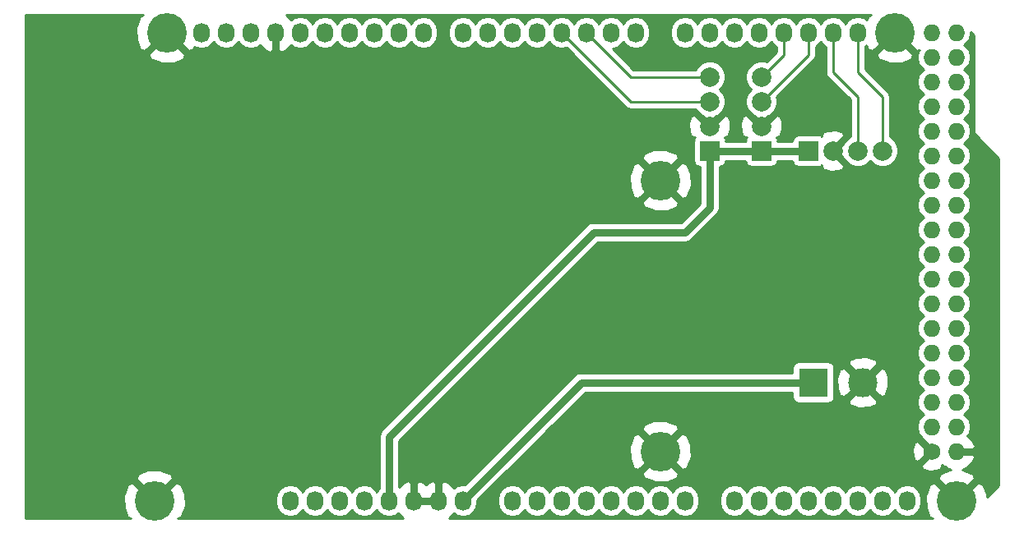
<source format=gbl>
G04 #@! TF.FileFunction,Copper,L2,Bot,Signal*
%FSLAX46Y46*%
G04 Gerber Fmt 4.6, Leading zero omitted, Abs format (unit mm)*
G04 Created by KiCad (PCBNEW 4.0.7) date 03/21/18 23:26:52*
%MOMM*%
%LPD*%
G01*
G04 APERTURE LIST*
%ADD10C,0.100000*%
%ADD11C,1.727200*%
%ADD12O,1.727200X1.727200*%
%ADD13O,1.727200X2.032000*%
%ADD14C,4.064000*%
%ADD15R,2.000000X2.000000*%
%ADD16C,2.000000*%
%ADD17R,3.000000X3.000000*%
%ADD18C,3.000000*%
%ADD19C,0.762000*%
%ADD20C,0.250000*%
%ADD21C,0.254000*%
G04 APERTURE END LIST*
D10*
D11*
X197358000Y-114046000D03*
D12*
X199898000Y-114046000D03*
X197358000Y-111506000D03*
X199898000Y-111506000D03*
X197358000Y-108966000D03*
X199898000Y-108966000D03*
X197358000Y-106426000D03*
X199898000Y-106426000D03*
X197358000Y-103886000D03*
X199898000Y-103886000D03*
X197358000Y-101346000D03*
X199898000Y-101346000D03*
X197358000Y-98806000D03*
X199898000Y-98806000D03*
X197358000Y-96266000D03*
X199898000Y-96266000D03*
X197358000Y-93726000D03*
X199898000Y-93726000D03*
X197358000Y-91186000D03*
X199898000Y-91186000D03*
X197358000Y-88646000D03*
X199898000Y-88646000D03*
X197358000Y-86106000D03*
X199898000Y-86106000D03*
X197358000Y-83566000D03*
X199898000Y-83566000D03*
X197358000Y-81026000D03*
X199898000Y-81026000D03*
X197358000Y-78486000D03*
X199898000Y-78486000D03*
X197358000Y-75946000D03*
X199898000Y-75946000D03*
X197358000Y-73406000D03*
X199898000Y-73406000D03*
X197358000Y-70866000D03*
X199898000Y-70866000D03*
D13*
X131318000Y-119126000D03*
X133858000Y-119126000D03*
X136398000Y-119126000D03*
X138938000Y-119126000D03*
X141478000Y-119126000D03*
X144018000Y-119126000D03*
X146558000Y-119126000D03*
X149098000Y-119126000D03*
X154178000Y-119126000D03*
X156718000Y-119126000D03*
X159258000Y-119126000D03*
X161798000Y-119126000D03*
X164338000Y-119126000D03*
X166878000Y-119126000D03*
X169418000Y-119126000D03*
X171958000Y-119126000D03*
X177038000Y-119126000D03*
X179578000Y-119126000D03*
X182118000Y-119126000D03*
X184658000Y-119126000D03*
X187198000Y-119126000D03*
X189738000Y-119126000D03*
X192278000Y-119126000D03*
X194818000Y-119126000D03*
X122174000Y-70866000D03*
X124714000Y-70866000D03*
X127254000Y-70866000D03*
X129794000Y-70866000D03*
X132334000Y-70866000D03*
X134874000Y-70866000D03*
X137414000Y-70866000D03*
X139954000Y-70866000D03*
X142494000Y-70866000D03*
X145034000Y-70866000D03*
X149098000Y-70866000D03*
X151638000Y-70866000D03*
X154178000Y-70866000D03*
X156718000Y-70866000D03*
X159258000Y-70866000D03*
X161798000Y-70866000D03*
X164338000Y-70866000D03*
X166878000Y-70866000D03*
X171958000Y-70866000D03*
X174498000Y-70866000D03*
X177038000Y-70866000D03*
X179578000Y-70866000D03*
X182118000Y-70866000D03*
X184658000Y-70866000D03*
X187198000Y-70866000D03*
X189738000Y-70866000D03*
D14*
X117348000Y-119126000D03*
X169418000Y-114046000D03*
X199898000Y-119126000D03*
X118618000Y-70866000D03*
X169418000Y-86106000D03*
X193548000Y-70866000D03*
D15*
X174498000Y-83058000D03*
D16*
X174498000Y-80518000D03*
X174498000Y-77978000D03*
X174498000Y-75438000D03*
D15*
X179832000Y-83058000D03*
D16*
X179832000Y-80518000D03*
X179832000Y-77978000D03*
X179832000Y-75438000D03*
D17*
X185166000Y-106934000D03*
D18*
X190246000Y-106934000D03*
D15*
X184658000Y-83058000D03*
D16*
X187198000Y-83058000D03*
X189738000Y-83058000D03*
X192278000Y-83058000D03*
D19*
X174498000Y-83058000D02*
X174498000Y-88900000D01*
X141478000Y-112522000D02*
X141478000Y-119126000D01*
X162560000Y-91440000D02*
X141478000Y-112522000D01*
X171958000Y-91440000D02*
X162560000Y-91440000D01*
X174498000Y-88900000D02*
X171958000Y-91440000D01*
X184658000Y-83058000D02*
X179832000Y-83058000D01*
X179832000Y-83058000D02*
X174498000Y-83058000D01*
D20*
X174498000Y-77978000D02*
X166370000Y-77978000D01*
X166370000Y-77978000D02*
X159258000Y-70866000D01*
X174498000Y-75438000D02*
X166370000Y-75438000D01*
X166370000Y-75438000D02*
X161798000Y-70866000D01*
X187198000Y-70866000D02*
X187198000Y-74930000D01*
X189738000Y-77470000D02*
X189738000Y-83058000D01*
X187198000Y-74930000D02*
X189738000Y-77470000D01*
X192278000Y-83058000D02*
X192278000Y-77470000D01*
X189738000Y-74930000D02*
X189738000Y-70866000D01*
X192278000Y-77470000D02*
X189738000Y-74930000D01*
X179832000Y-75438000D02*
X182118000Y-73152000D01*
X182118000Y-73152000D02*
X182118000Y-70866000D01*
X179832000Y-77978000D02*
X184658000Y-73152000D01*
X184658000Y-73152000D02*
X184658000Y-70866000D01*
D19*
X185166000Y-106934000D02*
X161290000Y-106934000D01*
X161290000Y-106934000D02*
X149098000Y-119126000D01*
D21*
G36*
X115857825Y-69174577D02*
X115420651Y-70359603D01*
X115470245Y-71621722D01*
X115857825Y-72557423D01*
X116359146Y-72765644D01*
X118258790Y-70866000D01*
X118244648Y-70851858D01*
X118603858Y-70492648D01*
X118618000Y-70506790D01*
X118632143Y-70492648D01*
X118991353Y-70851858D01*
X118977210Y-70866000D01*
X120876854Y-72765644D01*
X121378175Y-72557423D01*
X121458295Y-72340245D01*
X121600511Y-72435271D01*
X122174000Y-72549345D01*
X122747489Y-72435271D01*
X123233670Y-72110415D01*
X123444000Y-71795634D01*
X123654330Y-72110415D01*
X124140511Y-72435271D01*
X124714000Y-72549345D01*
X125287489Y-72435271D01*
X125773670Y-72110415D01*
X125984000Y-71795634D01*
X126194330Y-72110415D01*
X126680511Y-72435271D01*
X127254000Y-72549345D01*
X127827489Y-72435271D01*
X128187386Y-72194795D01*
X128700529Y-72696287D01*
X129231751Y-72944619D01*
X129540000Y-72720401D01*
X129540000Y-71120000D01*
X129520000Y-71120000D01*
X129520000Y-70612000D01*
X129540000Y-70612000D01*
X129540000Y-70592000D01*
X130048000Y-70592000D01*
X130048000Y-70612000D01*
X130068000Y-70612000D01*
X130068000Y-71120000D01*
X130048000Y-71120000D01*
X130048000Y-72720401D01*
X130356249Y-72944619D01*
X130887471Y-72696287D01*
X131400614Y-72194795D01*
X131760511Y-72435271D01*
X132334000Y-72549345D01*
X132907489Y-72435271D01*
X133393670Y-72110415D01*
X133604000Y-71795634D01*
X133814330Y-72110415D01*
X134300511Y-72435271D01*
X134874000Y-72549345D01*
X135447489Y-72435271D01*
X135933670Y-72110415D01*
X136144000Y-71795634D01*
X136354330Y-72110415D01*
X136840511Y-72435271D01*
X137414000Y-72549345D01*
X137987489Y-72435271D01*
X138473670Y-72110415D01*
X138684000Y-71795634D01*
X138894330Y-72110415D01*
X139380511Y-72435271D01*
X139954000Y-72549345D01*
X140527489Y-72435271D01*
X141013670Y-72110415D01*
X141224000Y-71795634D01*
X141434330Y-72110415D01*
X141920511Y-72435271D01*
X142494000Y-72549345D01*
X143067489Y-72435271D01*
X143553670Y-72110415D01*
X143764000Y-71795634D01*
X143974330Y-72110415D01*
X144460511Y-72435271D01*
X145034000Y-72549345D01*
X145607489Y-72435271D01*
X146093670Y-72110415D01*
X146418526Y-71624234D01*
X146532600Y-71050745D01*
X146532600Y-70681255D01*
X147599400Y-70681255D01*
X147599400Y-71050745D01*
X147713474Y-71624234D01*
X148038330Y-72110415D01*
X148524511Y-72435271D01*
X149098000Y-72549345D01*
X149671489Y-72435271D01*
X150157670Y-72110415D01*
X150368000Y-71795634D01*
X150578330Y-72110415D01*
X151064511Y-72435271D01*
X151638000Y-72549345D01*
X152211489Y-72435271D01*
X152697670Y-72110415D01*
X152908000Y-71795634D01*
X153118330Y-72110415D01*
X153604511Y-72435271D01*
X154178000Y-72549345D01*
X154751489Y-72435271D01*
X155237670Y-72110415D01*
X155448000Y-71795634D01*
X155658330Y-72110415D01*
X156144511Y-72435271D01*
X156718000Y-72549345D01*
X157291489Y-72435271D01*
X157777670Y-72110415D01*
X157988000Y-71795634D01*
X158198330Y-72110415D01*
X158684511Y-72435271D01*
X159258000Y-72549345D01*
X159765579Y-72448381D01*
X165832599Y-78515401D01*
X166079161Y-78680148D01*
X166370000Y-78738000D01*
X173042953Y-78738000D01*
X173111106Y-78902943D01*
X173570637Y-79363278D01*
X173796114Y-79456904D01*
X174498000Y-80158790D01*
X175199621Y-79457169D01*
X175422943Y-79364894D01*
X175883278Y-78905363D01*
X176132716Y-78304648D01*
X176133284Y-77654205D01*
X175884894Y-77053057D01*
X175540241Y-76707801D01*
X175883278Y-76365363D01*
X176132716Y-75764648D01*
X176133284Y-75114205D01*
X175884894Y-74513057D01*
X175425363Y-74052722D01*
X174824648Y-73803284D01*
X174174205Y-73802716D01*
X173573057Y-74051106D01*
X173112722Y-74510637D01*
X173043227Y-74678000D01*
X166684802Y-74678000D01*
X164519954Y-72513152D01*
X164911489Y-72435271D01*
X165397670Y-72110415D01*
X165608000Y-71795634D01*
X165818330Y-72110415D01*
X166304511Y-72435271D01*
X166878000Y-72549345D01*
X167451489Y-72435271D01*
X167937670Y-72110415D01*
X168262526Y-71624234D01*
X168376600Y-71050745D01*
X168376600Y-70681255D01*
X168262526Y-70107766D01*
X167937670Y-69621585D01*
X167451489Y-69296729D01*
X166878000Y-69182655D01*
X166304511Y-69296729D01*
X165818330Y-69621585D01*
X165608000Y-69936366D01*
X165397670Y-69621585D01*
X164911489Y-69296729D01*
X164338000Y-69182655D01*
X163764511Y-69296729D01*
X163278330Y-69621585D01*
X163068000Y-69936366D01*
X162857670Y-69621585D01*
X162371489Y-69296729D01*
X161798000Y-69182655D01*
X161224511Y-69296729D01*
X160738330Y-69621585D01*
X160528000Y-69936366D01*
X160317670Y-69621585D01*
X159831489Y-69296729D01*
X159258000Y-69182655D01*
X158684511Y-69296729D01*
X158198330Y-69621585D01*
X157988000Y-69936366D01*
X157777670Y-69621585D01*
X157291489Y-69296729D01*
X156718000Y-69182655D01*
X156144511Y-69296729D01*
X155658330Y-69621585D01*
X155448000Y-69936366D01*
X155237670Y-69621585D01*
X154751489Y-69296729D01*
X154178000Y-69182655D01*
X153604511Y-69296729D01*
X153118330Y-69621585D01*
X152908000Y-69936366D01*
X152697670Y-69621585D01*
X152211489Y-69296729D01*
X151638000Y-69182655D01*
X151064511Y-69296729D01*
X150578330Y-69621585D01*
X150368000Y-69936366D01*
X150157670Y-69621585D01*
X149671489Y-69296729D01*
X149098000Y-69182655D01*
X148524511Y-69296729D01*
X148038330Y-69621585D01*
X147713474Y-70107766D01*
X147599400Y-70681255D01*
X146532600Y-70681255D01*
X146418526Y-70107766D01*
X146093670Y-69621585D01*
X145607489Y-69296729D01*
X145034000Y-69182655D01*
X144460511Y-69296729D01*
X143974330Y-69621585D01*
X143764000Y-69936366D01*
X143553670Y-69621585D01*
X143067489Y-69296729D01*
X142494000Y-69182655D01*
X141920511Y-69296729D01*
X141434330Y-69621585D01*
X141224000Y-69936366D01*
X141013670Y-69621585D01*
X140527489Y-69296729D01*
X139954000Y-69182655D01*
X139380511Y-69296729D01*
X138894330Y-69621585D01*
X138684000Y-69936366D01*
X138473670Y-69621585D01*
X137987489Y-69296729D01*
X137414000Y-69182655D01*
X136840511Y-69296729D01*
X136354330Y-69621585D01*
X136144000Y-69936366D01*
X135933670Y-69621585D01*
X135447489Y-69296729D01*
X134874000Y-69182655D01*
X134300511Y-69296729D01*
X133814330Y-69621585D01*
X133604000Y-69936366D01*
X133393670Y-69621585D01*
X132907489Y-69296729D01*
X132334000Y-69182655D01*
X131760511Y-69296729D01*
X131400614Y-69537205D01*
X130887765Y-69036000D01*
X191121468Y-69036000D01*
X190787825Y-69174577D01*
X190657475Y-69527910D01*
X190311489Y-69296729D01*
X189738000Y-69182655D01*
X189164511Y-69296729D01*
X188678330Y-69621585D01*
X188468000Y-69936366D01*
X188257670Y-69621585D01*
X187771489Y-69296729D01*
X187198000Y-69182655D01*
X186624511Y-69296729D01*
X186138330Y-69621585D01*
X185928000Y-69936366D01*
X185717670Y-69621585D01*
X185231489Y-69296729D01*
X184658000Y-69182655D01*
X184084511Y-69296729D01*
X183598330Y-69621585D01*
X183388000Y-69936366D01*
X183177670Y-69621585D01*
X182691489Y-69296729D01*
X182118000Y-69182655D01*
X181544511Y-69296729D01*
X181058330Y-69621585D01*
X180848000Y-69936366D01*
X180637670Y-69621585D01*
X180151489Y-69296729D01*
X179578000Y-69182655D01*
X179004511Y-69296729D01*
X178518330Y-69621585D01*
X178308000Y-69936366D01*
X178097670Y-69621585D01*
X177611489Y-69296729D01*
X177038000Y-69182655D01*
X176464511Y-69296729D01*
X175978330Y-69621585D01*
X175768000Y-69936366D01*
X175557670Y-69621585D01*
X175071489Y-69296729D01*
X174498000Y-69182655D01*
X173924511Y-69296729D01*
X173438330Y-69621585D01*
X173228000Y-69936366D01*
X173017670Y-69621585D01*
X172531489Y-69296729D01*
X171958000Y-69182655D01*
X171384511Y-69296729D01*
X170898330Y-69621585D01*
X170573474Y-70107766D01*
X170459400Y-70681255D01*
X170459400Y-71050745D01*
X170573474Y-71624234D01*
X170898330Y-72110415D01*
X171384511Y-72435271D01*
X171958000Y-72549345D01*
X172531489Y-72435271D01*
X173017670Y-72110415D01*
X173228000Y-71795634D01*
X173438330Y-72110415D01*
X173924511Y-72435271D01*
X174498000Y-72549345D01*
X175071489Y-72435271D01*
X175557670Y-72110415D01*
X175768000Y-71795634D01*
X175978330Y-72110415D01*
X176464511Y-72435271D01*
X177038000Y-72549345D01*
X177611489Y-72435271D01*
X178097670Y-72110415D01*
X178308000Y-71795634D01*
X178518330Y-72110415D01*
X179004511Y-72435271D01*
X179578000Y-72549345D01*
X180151489Y-72435271D01*
X180637670Y-72110415D01*
X180848000Y-71795634D01*
X181058330Y-72110415D01*
X181358000Y-72310648D01*
X181358000Y-72837198D01*
X180323473Y-73871725D01*
X180158648Y-73803284D01*
X179508205Y-73802716D01*
X178907057Y-74051106D01*
X178446722Y-74510637D01*
X178197284Y-75111352D01*
X178196716Y-75761795D01*
X178445106Y-76362943D01*
X178789759Y-76708199D01*
X178446722Y-77050637D01*
X178197284Y-77651352D01*
X178196716Y-78301795D01*
X178445106Y-78902943D01*
X178904637Y-79363278D01*
X179130114Y-79456904D01*
X179832000Y-80158790D01*
X180533621Y-79457169D01*
X180756943Y-79364894D01*
X181217278Y-78905363D01*
X181466716Y-78304648D01*
X181467284Y-77654205D01*
X181398081Y-77486721D01*
X185195401Y-73689401D01*
X185360148Y-73442839D01*
X185418000Y-73152000D01*
X185418000Y-72310648D01*
X185717670Y-72110415D01*
X185928000Y-71795634D01*
X186138330Y-72110415D01*
X186438000Y-72310648D01*
X186438000Y-74930000D01*
X186495852Y-75220839D01*
X186660599Y-75467401D01*
X188978000Y-77784802D01*
X188978000Y-81602953D01*
X188813057Y-81671106D01*
X188352722Y-82130637D01*
X188259096Y-82356114D01*
X187557210Y-83058000D01*
X188258831Y-83759621D01*
X188351106Y-83982943D01*
X188810637Y-84443278D01*
X189411352Y-84692716D01*
X190061795Y-84693284D01*
X190662943Y-84444894D01*
X191008199Y-84100241D01*
X191350637Y-84443278D01*
X191951352Y-84692716D01*
X192601795Y-84693284D01*
X193202943Y-84444894D01*
X193663278Y-83985363D01*
X193912716Y-83384648D01*
X193913284Y-82734205D01*
X193664894Y-82133057D01*
X193205363Y-81672722D01*
X193038000Y-81603227D01*
X193038000Y-77470000D01*
X192980148Y-77179161D01*
X192980148Y-77179160D01*
X192815401Y-76932599D01*
X190498000Y-74615198D01*
X190498000Y-73124854D01*
X191648356Y-73124854D01*
X191856577Y-73626175D01*
X193041603Y-74063349D01*
X194303722Y-74013755D01*
X195239423Y-73626175D01*
X195447644Y-73124854D01*
X193548000Y-71225210D01*
X191648356Y-73124854D01*
X190498000Y-73124854D01*
X190498000Y-72310648D01*
X190644939Y-72212466D01*
X190787825Y-72557423D01*
X191289146Y-72765644D01*
X193188790Y-70866000D01*
X193174648Y-70851858D01*
X193533858Y-70492648D01*
X193548000Y-70506790D01*
X193562143Y-70492648D01*
X193921353Y-70851858D01*
X193907210Y-70866000D01*
X195806854Y-72765644D01*
X196072167Y-72655448D01*
X195973474Y-72803152D01*
X195859400Y-73376641D01*
X195859400Y-73435359D01*
X195973474Y-74008848D01*
X196298330Y-74495029D01*
X196569172Y-74676000D01*
X196298330Y-74856971D01*
X195973474Y-75343152D01*
X195859400Y-75916641D01*
X195859400Y-75975359D01*
X195973474Y-76548848D01*
X196298330Y-77035029D01*
X196569172Y-77216000D01*
X196298330Y-77396971D01*
X195973474Y-77883152D01*
X195859400Y-78456641D01*
X195859400Y-78515359D01*
X195973474Y-79088848D01*
X196298330Y-79575029D01*
X196569172Y-79756000D01*
X196298330Y-79936971D01*
X195973474Y-80423152D01*
X195859400Y-80996641D01*
X195859400Y-81055359D01*
X195973474Y-81628848D01*
X196298330Y-82115029D01*
X196569172Y-82296000D01*
X196298330Y-82476971D01*
X195973474Y-82963152D01*
X195859400Y-83536641D01*
X195859400Y-83595359D01*
X195973474Y-84168848D01*
X196298330Y-84655029D01*
X196569172Y-84836000D01*
X196298330Y-85016971D01*
X195973474Y-85503152D01*
X195859400Y-86076641D01*
X195859400Y-86135359D01*
X195973474Y-86708848D01*
X196298330Y-87195029D01*
X196569172Y-87376000D01*
X196298330Y-87556971D01*
X195973474Y-88043152D01*
X195859400Y-88616641D01*
X195859400Y-88675359D01*
X195973474Y-89248848D01*
X196298330Y-89735029D01*
X196569172Y-89916000D01*
X196298330Y-90096971D01*
X195973474Y-90583152D01*
X195859400Y-91156641D01*
X195859400Y-91215359D01*
X195973474Y-91788848D01*
X196298330Y-92275029D01*
X196569172Y-92456000D01*
X196298330Y-92636971D01*
X195973474Y-93123152D01*
X195859400Y-93696641D01*
X195859400Y-93755359D01*
X195973474Y-94328848D01*
X196298330Y-94815029D01*
X196569172Y-94996000D01*
X196298330Y-95176971D01*
X195973474Y-95663152D01*
X195859400Y-96236641D01*
X195859400Y-96295359D01*
X195973474Y-96868848D01*
X196298330Y-97355029D01*
X196569172Y-97536000D01*
X196298330Y-97716971D01*
X195973474Y-98203152D01*
X195859400Y-98776641D01*
X195859400Y-98835359D01*
X195973474Y-99408848D01*
X196298330Y-99895029D01*
X196569172Y-100076000D01*
X196298330Y-100256971D01*
X195973474Y-100743152D01*
X195859400Y-101316641D01*
X195859400Y-101375359D01*
X195973474Y-101948848D01*
X196298330Y-102435029D01*
X196569172Y-102616000D01*
X196298330Y-102796971D01*
X195973474Y-103283152D01*
X195859400Y-103856641D01*
X195859400Y-103915359D01*
X195973474Y-104488848D01*
X196298330Y-104975029D01*
X196569172Y-105156000D01*
X196298330Y-105336971D01*
X195973474Y-105823152D01*
X195859400Y-106396641D01*
X195859400Y-106455359D01*
X195973474Y-107028848D01*
X196298330Y-107515029D01*
X196569172Y-107696000D01*
X196298330Y-107876971D01*
X195973474Y-108363152D01*
X195859400Y-108936641D01*
X195859400Y-108995359D01*
X195973474Y-109568848D01*
X196298330Y-110055029D01*
X196569172Y-110236000D01*
X196298330Y-110416971D01*
X195973474Y-110903152D01*
X195859400Y-111476641D01*
X195859400Y-111535359D01*
X195973474Y-112108848D01*
X196298330Y-112595029D01*
X196311265Y-112603672D01*
X196306010Y-112634799D01*
X197358000Y-113686790D01*
X197372142Y-113672647D01*
X197731353Y-114031858D01*
X197717210Y-114046000D01*
X197731353Y-114060142D01*
X197372142Y-114419353D01*
X197358000Y-114405210D01*
X196306010Y-115457201D01*
X196370237Y-115837670D01*
X197131068Y-116079288D01*
X197926448Y-116011356D01*
X198345763Y-115837670D01*
X198409990Y-115457203D01*
X198623312Y-115670526D01*
X198691300Y-115602538D01*
X198933519Y-115805624D01*
X199332275Y-115970779D01*
X199142278Y-115978245D01*
X198206577Y-116365825D01*
X197998356Y-116867146D01*
X199898000Y-118766790D01*
X201797644Y-116867146D01*
X201589423Y-116365825D01*
X200489573Y-115960074D01*
X200862481Y-115805624D01*
X201462443Y-115302590D01*
X201824233Y-114608251D01*
X201602723Y-114300000D01*
X200152000Y-114300000D01*
X200152000Y-114320000D01*
X199644000Y-114320000D01*
X199644000Y-114300000D01*
X199624000Y-114300000D01*
X199624000Y-113792000D01*
X199644000Y-113792000D01*
X199644000Y-113772000D01*
X200152000Y-113772000D01*
X200152000Y-113792000D01*
X201602723Y-113792000D01*
X201824233Y-113483749D01*
X201462443Y-112789410D01*
X201055673Y-112448357D01*
X201282526Y-112108848D01*
X201396600Y-111535359D01*
X201396600Y-111476641D01*
X201282526Y-110903152D01*
X200957670Y-110416971D01*
X200686828Y-110236000D01*
X200957670Y-110055029D01*
X201282526Y-109568848D01*
X201396600Y-108995359D01*
X201396600Y-108936641D01*
X201282526Y-108363152D01*
X200957670Y-107876971D01*
X200686828Y-107696000D01*
X200957670Y-107515029D01*
X201282526Y-107028848D01*
X201396600Y-106455359D01*
X201396600Y-106396641D01*
X201282526Y-105823152D01*
X200957670Y-105336971D01*
X200686828Y-105156000D01*
X200957670Y-104975029D01*
X201282526Y-104488848D01*
X201396600Y-103915359D01*
X201396600Y-103856641D01*
X201282526Y-103283152D01*
X200957670Y-102796971D01*
X200686828Y-102616000D01*
X200957670Y-102435029D01*
X201282526Y-101948848D01*
X201396600Y-101375359D01*
X201396600Y-101316641D01*
X201282526Y-100743152D01*
X200957670Y-100256971D01*
X200686828Y-100076000D01*
X200957670Y-99895029D01*
X201282526Y-99408848D01*
X201396600Y-98835359D01*
X201396600Y-98776641D01*
X201282526Y-98203152D01*
X200957670Y-97716971D01*
X200686828Y-97536000D01*
X200957670Y-97355029D01*
X201282526Y-96868848D01*
X201396600Y-96295359D01*
X201396600Y-96236641D01*
X201282526Y-95663152D01*
X200957670Y-95176971D01*
X200686828Y-94996000D01*
X200957670Y-94815029D01*
X201282526Y-94328848D01*
X201396600Y-93755359D01*
X201396600Y-93696641D01*
X201282526Y-93123152D01*
X200957670Y-92636971D01*
X200686828Y-92456000D01*
X200957670Y-92275029D01*
X201282526Y-91788848D01*
X201396600Y-91215359D01*
X201396600Y-91156641D01*
X201282526Y-90583152D01*
X200957670Y-90096971D01*
X200686828Y-89916000D01*
X200957670Y-89735029D01*
X201282526Y-89248848D01*
X201396600Y-88675359D01*
X201396600Y-88616641D01*
X201282526Y-88043152D01*
X200957670Y-87556971D01*
X200686828Y-87376000D01*
X200957670Y-87195029D01*
X201282526Y-86708848D01*
X201396600Y-86135359D01*
X201396600Y-86076641D01*
X201282526Y-85503152D01*
X200957670Y-85016971D01*
X200686828Y-84836000D01*
X200957670Y-84655029D01*
X201282526Y-84168848D01*
X201396600Y-83595359D01*
X201396600Y-83536641D01*
X201282526Y-82963152D01*
X200957670Y-82476971D01*
X200686828Y-82296000D01*
X200957670Y-82115029D01*
X201282526Y-81628848D01*
X201396600Y-81055359D01*
X201396600Y-80996641D01*
X201282526Y-80423152D01*
X200957670Y-79936971D01*
X200686828Y-79756000D01*
X200957670Y-79575029D01*
X201282526Y-79088848D01*
X201396600Y-78515359D01*
X201396600Y-78456641D01*
X201282526Y-77883152D01*
X200957670Y-77396971D01*
X200686828Y-77216000D01*
X200957670Y-77035029D01*
X201282526Y-76548848D01*
X201396600Y-75975359D01*
X201396600Y-75916641D01*
X201282526Y-75343152D01*
X200957670Y-74856971D01*
X200686828Y-74676000D01*
X200957670Y-74495029D01*
X201282526Y-74008848D01*
X201396600Y-73435359D01*
X201396600Y-73376641D01*
X201282526Y-72803152D01*
X200957670Y-72316971D01*
X200686828Y-72136000D01*
X200957670Y-71955029D01*
X201282526Y-71468848D01*
X201396600Y-70895359D01*
X201396600Y-70836641D01*
X201394626Y-70826717D01*
X201728000Y-71160091D01*
X201728000Y-81026000D01*
X201782046Y-81297705D01*
X201935954Y-81528046D01*
X204268000Y-83860091D01*
X204268000Y-117561909D01*
X203061403Y-118768505D01*
X203045755Y-118370278D01*
X202658175Y-117434577D01*
X202156854Y-117226356D01*
X200257210Y-119126000D01*
X200271353Y-119140143D01*
X199912143Y-119499353D01*
X199898000Y-119485210D01*
X199883858Y-119499353D01*
X199524648Y-119140143D01*
X199538790Y-119126000D01*
X197639146Y-117226356D01*
X197137825Y-117434577D01*
X196700651Y-118619603D01*
X196750245Y-119881722D01*
X197137825Y-120817423D01*
X197471468Y-120956000D01*
X147651765Y-120956000D01*
X148164614Y-120454795D01*
X148524511Y-120695271D01*
X149098000Y-120809345D01*
X149671489Y-120695271D01*
X150157670Y-120370415D01*
X150482526Y-119884234D01*
X150596600Y-119310745D01*
X150596600Y-119064240D01*
X150719585Y-118941255D01*
X152679400Y-118941255D01*
X152679400Y-119310745D01*
X152793474Y-119884234D01*
X153118330Y-120370415D01*
X153604511Y-120695271D01*
X154178000Y-120809345D01*
X154751489Y-120695271D01*
X155237670Y-120370415D01*
X155448000Y-120055634D01*
X155658330Y-120370415D01*
X156144511Y-120695271D01*
X156718000Y-120809345D01*
X157291489Y-120695271D01*
X157777670Y-120370415D01*
X157988000Y-120055634D01*
X158198330Y-120370415D01*
X158684511Y-120695271D01*
X159258000Y-120809345D01*
X159831489Y-120695271D01*
X160317670Y-120370415D01*
X160528000Y-120055634D01*
X160738330Y-120370415D01*
X161224511Y-120695271D01*
X161798000Y-120809345D01*
X162371489Y-120695271D01*
X162857670Y-120370415D01*
X163068000Y-120055634D01*
X163278330Y-120370415D01*
X163764511Y-120695271D01*
X164338000Y-120809345D01*
X164911489Y-120695271D01*
X165397670Y-120370415D01*
X165608000Y-120055634D01*
X165818330Y-120370415D01*
X166304511Y-120695271D01*
X166878000Y-120809345D01*
X167451489Y-120695271D01*
X167937670Y-120370415D01*
X168148000Y-120055634D01*
X168358330Y-120370415D01*
X168844511Y-120695271D01*
X169418000Y-120809345D01*
X169991489Y-120695271D01*
X170477670Y-120370415D01*
X170688000Y-120055634D01*
X170898330Y-120370415D01*
X171384511Y-120695271D01*
X171958000Y-120809345D01*
X172531489Y-120695271D01*
X173017670Y-120370415D01*
X173342526Y-119884234D01*
X173456600Y-119310745D01*
X173456600Y-118941255D01*
X175539400Y-118941255D01*
X175539400Y-119310745D01*
X175653474Y-119884234D01*
X175978330Y-120370415D01*
X176464511Y-120695271D01*
X177038000Y-120809345D01*
X177611489Y-120695271D01*
X178097670Y-120370415D01*
X178308000Y-120055634D01*
X178518330Y-120370415D01*
X179004511Y-120695271D01*
X179578000Y-120809345D01*
X180151489Y-120695271D01*
X180637670Y-120370415D01*
X180848000Y-120055634D01*
X181058330Y-120370415D01*
X181544511Y-120695271D01*
X182118000Y-120809345D01*
X182691489Y-120695271D01*
X183177670Y-120370415D01*
X183388000Y-120055634D01*
X183598330Y-120370415D01*
X184084511Y-120695271D01*
X184658000Y-120809345D01*
X185231489Y-120695271D01*
X185717670Y-120370415D01*
X185928000Y-120055634D01*
X186138330Y-120370415D01*
X186624511Y-120695271D01*
X187198000Y-120809345D01*
X187771489Y-120695271D01*
X188257670Y-120370415D01*
X188468000Y-120055634D01*
X188678330Y-120370415D01*
X189164511Y-120695271D01*
X189738000Y-120809345D01*
X190311489Y-120695271D01*
X190797670Y-120370415D01*
X191008000Y-120055634D01*
X191218330Y-120370415D01*
X191704511Y-120695271D01*
X192278000Y-120809345D01*
X192851489Y-120695271D01*
X193337670Y-120370415D01*
X193548000Y-120055634D01*
X193758330Y-120370415D01*
X194244511Y-120695271D01*
X194818000Y-120809345D01*
X195391489Y-120695271D01*
X195877670Y-120370415D01*
X196202526Y-119884234D01*
X196316600Y-119310745D01*
X196316600Y-118941255D01*
X196202526Y-118367766D01*
X195877670Y-117881585D01*
X195391489Y-117556729D01*
X194818000Y-117442655D01*
X194244511Y-117556729D01*
X193758330Y-117881585D01*
X193548000Y-118196366D01*
X193337670Y-117881585D01*
X192851489Y-117556729D01*
X192278000Y-117442655D01*
X191704511Y-117556729D01*
X191218330Y-117881585D01*
X191008000Y-118196366D01*
X190797670Y-117881585D01*
X190311489Y-117556729D01*
X189738000Y-117442655D01*
X189164511Y-117556729D01*
X188678330Y-117881585D01*
X188468000Y-118196366D01*
X188257670Y-117881585D01*
X187771489Y-117556729D01*
X187198000Y-117442655D01*
X186624511Y-117556729D01*
X186138330Y-117881585D01*
X185928000Y-118196366D01*
X185717670Y-117881585D01*
X185231489Y-117556729D01*
X184658000Y-117442655D01*
X184084511Y-117556729D01*
X183598330Y-117881585D01*
X183388000Y-118196366D01*
X183177670Y-117881585D01*
X182691489Y-117556729D01*
X182118000Y-117442655D01*
X181544511Y-117556729D01*
X181058330Y-117881585D01*
X180848000Y-118196366D01*
X180637670Y-117881585D01*
X180151489Y-117556729D01*
X179578000Y-117442655D01*
X179004511Y-117556729D01*
X178518330Y-117881585D01*
X178308000Y-118196366D01*
X178097670Y-117881585D01*
X177611489Y-117556729D01*
X177038000Y-117442655D01*
X176464511Y-117556729D01*
X175978330Y-117881585D01*
X175653474Y-118367766D01*
X175539400Y-118941255D01*
X173456600Y-118941255D01*
X173342526Y-118367766D01*
X173017670Y-117881585D01*
X172531489Y-117556729D01*
X171958000Y-117442655D01*
X171384511Y-117556729D01*
X170898330Y-117881585D01*
X170688000Y-118196366D01*
X170477670Y-117881585D01*
X169991489Y-117556729D01*
X169418000Y-117442655D01*
X168844511Y-117556729D01*
X168358330Y-117881585D01*
X168148000Y-118196366D01*
X167937670Y-117881585D01*
X167451489Y-117556729D01*
X166878000Y-117442655D01*
X166304511Y-117556729D01*
X165818330Y-117881585D01*
X165608000Y-118196366D01*
X165397670Y-117881585D01*
X164911489Y-117556729D01*
X164338000Y-117442655D01*
X163764511Y-117556729D01*
X163278330Y-117881585D01*
X163068000Y-118196366D01*
X162857670Y-117881585D01*
X162371489Y-117556729D01*
X161798000Y-117442655D01*
X161224511Y-117556729D01*
X160738330Y-117881585D01*
X160528000Y-118196366D01*
X160317670Y-117881585D01*
X159831489Y-117556729D01*
X159258000Y-117442655D01*
X158684511Y-117556729D01*
X158198330Y-117881585D01*
X157988000Y-118196366D01*
X157777670Y-117881585D01*
X157291489Y-117556729D01*
X156718000Y-117442655D01*
X156144511Y-117556729D01*
X155658330Y-117881585D01*
X155448000Y-118196366D01*
X155237670Y-117881585D01*
X154751489Y-117556729D01*
X154178000Y-117442655D01*
X153604511Y-117556729D01*
X153118330Y-117881585D01*
X152793474Y-118367766D01*
X152679400Y-118941255D01*
X150719585Y-118941255D01*
X153355986Y-116304854D01*
X167518356Y-116304854D01*
X167726577Y-116806175D01*
X168911603Y-117243349D01*
X170173722Y-117193755D01*
X171109423Y-116806175D01*
X171317644Y-116304854D01*
X169418000Y-114405210D01*
X167518356Y-116304854D01*
X153355986Y-116304854D01*
X156121237Y-113539603D01*
X166220651Y-113539603D01*
X166270245Y-114801722D01*
X166657825Y-115737423D01*
X167159146Y-115945644D01*
X169058790Y-114046000D01*
X169777210Y-114046000D01*
X171676854Y-115945644D01*
X172178175Y-115737423D01*
X172615349Y-114552397D01*
X172586534Y-113819068D01*
X195324712Y-113819068D01*
X195392644Y-114614448D01*
X195566330Y-115033763D01*
X195946799Y-115097990D01*
X196998790Y-114046000D01*
X195946799Y-112994010D01*
X195566330Y-113058237D01*
X195324712Y-113819068D01*
X172586534Y-113819068D01*
X172565755Y-113290278D01*
X172178175Y-112354577D01*
X171676854Y-112146356D01*
X169777210Y-114046000D01*
X169058790Y-114046000D01*
X167159146Y-112146356D01*
X166657825Y-112354577D01*
X166220651Y-113539603D01*
X156121237Y-113539603D01*
X157873694Y-111787146D01*
X167518356Y-111787146D01*
X169418000Y-113686790D01*
X171317644Y-111787146D01*
X171109423Y-111285825D01*
X169924397Y-110848651D01*
X168662278Y-110898245D01*
X167726577Y-111285825D01*
X167518356Y-111787146D01*
X157873694Y-111787146D01*
X161710841Y-107950000D01*
X183018560Y-107950000D01*
X183018560Y-108434000D01*
X183062838Y-108669317D01*
X183201910Y-108885441D01*
X183414110Y-109030431D01*
X183666000Y-109081440D01*
X186666000Y-109081440D01*
X186901317Y-109037162D01*
X187117441Y-108898090D01*
X187179303Y-108807551D01*
X188731659Y-108807551D01*
X188874590Y-109253713D01*
X189866699Y-109601951D01*
X190916552Y-109544017D01*
X191617410Y-109253713D01*
X191760341Y-108807551D01*
X190246000Y-107293210D01*
X188731659Y-108807551D01*
X187179303Y-108807551D01*
X187262431Y-108685890D01*
X187313440Y-108434000D01*
X187313440Y-106554699D01*
X187578049Y-106554699D01*
X187635983Y-107604552D01*
X187926287Y-108305410D01*
X188372449Y-108448341D01*
X189886790Y-106934000D01*
X190605210Y-106934000D01*
X192119551Y-108448341D01*
X192565713Y-108305410D01*
X192913951Y-107313301D01*
X192856017Y-106263448D01*
X192565713Y-105562590D01*
X192119551Y-105419659D01*
X190605210Y-106934000D01*
X189886790Y-106934000D01*
X188372449Y-105419659D01*
X187926287Y-105562590D01*
X187578049Y-106554699D01*
X187313440Y-106554699D01*
X187313440Y-105434000D01*
X187269162Y-105198683D01*
X187180211Y-105060449D01*
X188731659Y-105060449D01*
X190246000Y-106574790D01*
X191760341Y-105060449D01*
X191617410Y-104614287D01*
X190625301Y-104266049D01*
X189575448Y-104323983D01*
X188874590Y-104614287D01*
X188731659Y-105060449D01*
X187180211Y-105060449D01*
X187130090Y-104982559D01*
X186917890Y-104837569D01*
X186666000Y-104786560D01*
X183666000Y-104786560D01*
X183430683Y-104830838D01*
X183214559Y-104969910D01*
X183069569Y-105182110D01*
X183018560Y-105434000D01*
X183018560Y-105918000D01*
X161290000Y-105918000D01*
X160965700Y-105982507D01*
X160901193Y-105995338D01*
X160571580Y-106215579D01*
X149303607Y-117483553D01*
X149098000Y-117442655D01*
X148524511Y-117556729D01*
X148164614Y-117797205D01*
X147651471Y-117295713D01*
X147120249Y-117047381D01*
X146812000Y-117271599D01*
X146812000Y-118872000D01*
X146832000Y-118872000D01*
X146832000Y-119380000D01*
X146812000Y-119380000D01*
X146812000Y-119400000D01*
X146304000Y-119400000D01*
X146304000Y-119380000D01*
X144272000Y-119380000D01*
X144272000Y-119400000D01*
X143764000Y-119400000D01*
X143764000Y-119380000D01*
X143744000Y-119380000D01*
X143744000Y-118872000D01*
X143764000Y-118872000D01*
X143764000Y-117271599D01*
X144272000Y-117271599D01*
X144272000Y-118872000D01*
X146304000Y-118872000D01*
X146304000Y-117271599D01*
X145995751Y-117047381D01*
X145464529Y-117295713D01*
X145288000Y-117468234D01*
X145111471Y-117295713D01*
X144580249Y-117047381D01*
X144272000Y-117271599D01*
X143764000Y-117271599D01*
X143455751Y-117047381D01*
X142924529Y-117295713D01*
X142494000Y-117716467D01*
X142494000Y-112942840D01*
X162980841Y-92456000D01*
X171958000Y-92456000D01*
X172282300Y-92391493D01*
X172346807Y-92378662D01*
X172676420Y-92158420D01*
X175216420Y-89618421D01*
X175363581Y-89398179D01*
X175436662Y-89288806D01*
X175514000Y-88900000D01*
X175514000Y-84702429D01*
X175733317Y-84661162D01*
X175949441Y-84522090D01*
X176094431Y-84309890D01*
X176142200Y-84074000D01*
X178187571Y-84074000D01*
X178228838Y-84293317D01*
X178367910Y-84509441D01*
X178580110Y-84654431D01*
X178832000Y-84705440D01*
X180832000Y-84705440D01*
X181067317Y-84661162D01*
X181283441Y-84522090D01*
X181428431Y-84309890D01*
X181476200Y-84074000D01*
X183013571Y-84074000D01*
X183054838Y-84293317D01*
X183193910Y-84509441D01*
X183406110Y-84654431D01*
X183658000Y-84705440D01*
X185658000Y-84705440D01*
X185742942Y-84689457D01*
X185834349Y-84780864D01*
X186046709Y-84568504D01*
X186127896Y-84963002D01*
X186938366Y-85227503D01*
X187788362Y-85161716D01*
X188268104Y-84963002D01*
X188349292Y-84568502D01*
X187198000Y-83417210D01*
X187183858Y-83431353D01*
X186824648Y-83072143D01*
X186838790Y-83058000D01*
X186824648Y-83043858D01*
X187183858Y-82684648D01*
X187198000Y-82698790D01*
X188349292Y-81547498D01*
X188268104Y-81152998D01*
X187457634Y-80888497D01*
X186607638Y-80954284D01*
X186127896Y-81152998D01*
X186046709Y-81547496D01*
X185834349Y-81335136D01*
X185741929Y-81427556D01*
X185658000Y-81410560D01*
X183658000Y-81410560D01*
X183422683Y-81454838D01*
X183206559Y-81593910D01*
X183061569Y-81806110D01*
X183013800Y-82042000D01*
X181476429Y-82042000D01*
X181463457Y-81973058D01*
X181554864Y-81881651D01*
X181342504Y-81669291D01*
X181737002Y-81588104D01*
X182001503Y-80777634D01*
X181935716Y-79927638D01*
X181737002Y-79447896D01*
X181342502Y-79366708D01*
X180191210Y-80518000D01*
X180205353Y-80532143D01*
X179846143Y-80891353D01*
X179832000Y-80877210D01*
X179817858Y-80891353D01*
X179458648Y-80532143D01*
X179472790Y-80518000D01*
X178321498Y-79366708D01*
X177926998Y-79447896D01*
X177662497Y-80258366D01*
X177728284Y-81108362D01*
X177926998Y-81588104D01*
X178321496Y-81669291D01*
X178109136Y-81881651D01*
X178201556Y-81974071D01*
X178187800Y-82042000D01*
X176142429Y-82042000D01*
X176129457Y-81973058D01*
X176220864Y-81881651D01*
X176008504Y-81669291D01*
X176403002Y-81588104D01*
X176667503Y-80777634D01*
X176601716Y-79927638D01*
X176403002Y-79447896D01*
X176008502Y-79366708D01*
X174857210Y-80518000D01*
X174871353Y-80532143D01*
X174512143Y-80891353D01*
X174498000Y-80877210D01*
X174483858Y-80891353D01*
X174124648Y-80532143D01*
X174138790Y-80518000D01*
X172987498Y-79366708D01*
X172592998Y-79447896D01*
X172328497Y-80258366D01*
X172394284Y-81108362D01*
X172592998Y-81588104D01*
X172987496Y-81669291D01*
X172775136Y-81881651D01*
X172867556Y-81974071D01*
X172850560Y-82058000D01*
X172850560Y-84058000D01*
X172894838Y-84293317D01*
X173033910Y-84509441D01*
X173246110Y-84654431D01*
X173482000Y-84702200D01*
X173482000Y-88479159D01*
X171537160Y-90424000D01*
X162560000Y-90424000D01*
X162171194Y-90501338D01*
X162171192Y-90501339D01*
X162171193Y-90501339D01*
X161841579Y-90721580D01*
X140759580Y-111803580D01*
X140539338Y-112133193D01*
X140539338Y-112133194D01*
X140462000Y-112522000D01*
X140462000Y-117852406D01*
X140418330Y-117881585D01*
X140208000Y-118196366D01*
X139997670Y-117881585D01*
X139511489Y-117556729D01*
X138938000Y-117442655D01*
X138364511Y-117556729D01*
X137878330Y-117881585D01*
X137668000Y-118196366D01*
X137457670Y-117881585D01*
X136971489Y-117556729D01*
X136398000Y-117442655D01*
X135824511Y-117556729D01*
X135338330Y-117881585D01*
X135128000Y-118196366D01*
X134917670Y-117881585D01*
X134431489Y-117556729D01*
X133858000Y-117442655D01*
X133284511Y-117556729D01*
X132798330Y-117881585D01*
X132588000Y-118196366D01*
X132377670Y-117881585D01*
X131891489Y-117556729D01*
X131318000Y-117442655D01*
X130744511Y-117556729D01*
X130258330Y-117881585D01*
X129933474Y-118367766D01*
X129819400Y-118941255D01*
X129819400Y-119310745D01*
X129933474Y-119884234D01*
X130258330Y-120370415D01*
X130744511Y-120695271D01*
X131318000Y-120809345D01*
X131891489Y-120695271D01*
X132377670Y-120370415D01*
X132588000Y-120055634D01*
X132798330Y-120370415D01*
X133284511Y-120695271D01*
X133858000Y-120809345D01*
X134431489Y-120695271D01*
X134917670Y-120370415D01*
X135128000Y-120055634D01*
X135338330Y-120370415D01*
X135824511Y-120695271D01*
X136398000Y-120809345D01*
X136971489Y-120695271D01*
X137457670Y-120370415D01*
X137668000Y-120055634D01*
X137878330Y-120370415D01*
X138364511Y-120695271D01*
X138938000Y-120809345D01*
X139511489Y-120695271D01*
X139997670Y-120370415D01*
X140208000Y-120055634D01*
X140418330Y-120370415D01*
X140904511Y-120695271D01*
X141478000Y-120809345D01*
X142051489Y-120695271D01*
X142411386Y-120454795D01*
X142924235Y-120956000D01*
X119774532Y-120956000D01*
X120108175Y-120817423D01*
X120545349Y-119632397D01*
X120495755Y-118370278D01*
X120108175Y-117434577D01*
X119606854Y-117226356D01*
X117707210Y-119126000D01*
X117721353Y-119140143D01*
X117362143Y-119499353D01*
X117348000Y-119485210D01*
X117333858Y-119499353D01*
X116974648Y-119140143D01*
X116988790Y-119126000D01*
X115089146Y-117226356D01*
X114587825Y-117434577D01*
X114150651Y-118619603D01*
X114200245Y-119881722D01*
X114587825Y-120817423D01*
X114921468Y-120956000D01*
X104088000Y-120956000D01*
X104088000Y-116867146D01*
X115448356Y-116867146D01*
X117348000Y-118766790D01*
X119247644Y-116867146D01*
X119039423Y-116365825D01*
X117854397Y-115928651D01*
X116592278Y-115978245D01*
X115656577Y-116365825D01*
X115448356Y-116867146D01*
X104088000Y-116867146D01*
X104088000Y-88364854D01*
X167518356Y-88364854D01*
X167726577Y-88866175D01*
X168911603Y-89303349D01*
X170173722Y-89253755D01*
X171109423Y-88866175D01*
X171317644Y-88364854D01*
X169418000Y-86465210D01*
X167518356Y-88364854D01*
X104088000Y-88364854D01*
X104088000Y-85599603D01*
X166220651Y-85599603D01*
X166270245Y-86861722D01*
X166657825Y-87797423D01*
X167159146Y-88005644D01*
X169058790Y-86106000D01*
X169777210Y-86106000D01*
X171676854Y-88005644D01*
X172178175Y-87797423D01*
X172615349Y-86612397D01*
X172565755Y-85350278D01*
X172178175Y-84414577D01*
X171676854Y-84206356D01*
X169777210Y-86106000D01*
X169058790Y-86106000D01*
X167159146Y-84206356D01*
X166657825Y-84414577D01*
X166220651Y-85599603D01*
X104088000Y-85599603D01*
X104088000Y-83847146D01*
X167518356Y-83847146D01*
X169418000Y-85746790D01*
X171317644Y-83847146D01*
X171109423Y-83345825D01*
X169924397Y-82908651D01*
X168662278Y-82958245D01*
X167726577Y-83345825D01*
X167518356Y-83847146D01*
X104088000Y-83847146D01*
X104088000Y-73124854D01*
X116718356Y-73124854D01*
X116926577Y-73626175D01*
X118111603Y-74063349D01*
X119373722Y-74013755D01*
X120309423Y-73626175D01*
X120517644Y-73124854D01*
X118618000Y-71225210D01*
X116718356Y-73124854D01*
X104088000Y-73124854D01*
X104088000Y-69036000D01*
X116191468Y-69036000D01*
X115857825Y-69174577D01*
X115857825Y-69174577D01*
G37*
X115857825Y-69174577D02*
X115420651Y-70359603D01*
X115470245Y-71621722D01*
X115857825Y-72557423D01*
X116359146Y-72765644D01*
X118258790Y-70866000D01*
X118244648Y-70851858D01*
X118603858Y-70492648D01*
X118618000Y-70506790D01*
X118632143Y-70492648D01*
X118991353Y-70851858D01*
X118977210Y-70866000D01*
X120876854Y-72765644D01*
X121378175Y-72557423D01*
X121458295Y-72340245D01*
X121600511Y-72435271D01*
X122174000Y-72549345D01*
X122747489Y-72435271D01*
X123233670Y-72110415D01*
X123444000Y-71795634D01*
X123654330Y-72110415D01*
X124140511Y-72435271D01*
X124714000Y-72549345D01*
X125287489Y-72435271D01*
X125773670Y-72110415D01*
X125984000Y-71795634D01*
X126194330Y-72110415D01*
X126680511Y-72435271D01*
X127254000Y-72549345D01*
X127827489Y-72435271D01*
X128187386Y-72194795D01*
X128700529Y-72696287D01*
X129231751Y-72944619D01*
X129540000Y-72720401D01*
X129540000Y-71120000D01*
X129520000Y-71120000D01*
X129520000Y-70612000D01*
X129540000Y-70612000D01*
X129540000Y-70592000D01*
X130048000Y-70592000D01*
X130048000Y-70612000D01*
X130068000Y-70612000D01*
X130068000Y-71120000D01*
X130048000Y-71120000D01*
X130048000Y-72720401D01*
X130356249Y-72944619D01*
X130887471Y-72696287D01*
X131400614Y-72194795D01*
X131760511Y-72435271D01*
X132334000Y-72549345D01*
X132907489Y-72435271D01*
X133393670Y-72110415D01*
X133604000Y-71795634D01*
X133814330Y-72110415D01*
X134300511Y-72435271D01*
X134874000Y-72549345D01*
X135447489Y-72435271D01*
X135933670Y-72110415D01*
X136144000Y-71795634D01*
X136354330Y-72110415D01*
X136840511Y-72435271D01*
X137414000Y-72549345D01*
X137987489Y-72435271D01*
X138473670Y-72110415D01*
X138684000Y-71795634D01*
X138894330Y-72110415D01*
X139380511Y-72435271D01*
X139954000Y-72549345D01*
X140527489Y-72435271D01*
X141013670Y-72110415D01*
X141224000Y-71795634D01*
X141434330Y-72110415D01*
X141920511Y-72435271D01*
X142494000Y-72549345D01*
X143067489Y-72435271D01*
X143553670Y-72110415D01*
X143764000Y-71795634D01*
X143974330Y-72110415D01*
X144460511Y-72435271D01*
X145034000Y-72549345D01*
X145607489Y-72435271D01*
X146093670Y-72110415D01*
X146418526Y-71624234D01*
X146532600Y-71050745D01*
X146532600Y-70681255D01*
X147599400Y-70681255D01*
X147599400Y-71050745D01*
X147713474Y-71624234D01*
X148038330Y-72110415D01*
X148524511Y-72435271D01*
X149098000Y-72549345D01*
X149671489Y-72435271D01*
X150157670Y-72110415D01*
X150368000Y-71795634D01*
X150578330Y-72110415D01*
X151064511Y-72435271D01*
X151638000Y-72549345D01*
X152211489Y-72435271D01*
X152697670Y-72110415D01*
X152908000Y-71795634D01*
X153118330Y-72110415D01*
X153604511Y-72435271D01*
X154178000Y-72549345D01*
X154751489Y-72435271D01*
X155237670Y-72110415D01*
X155448000Y-71795634D01*
X155658330Y-72110415D01*
X156144511Y-72435271D01*
X156718000Y-72549345D01*
X157291489Y-72435271D01*
X157777670Y-72110415D01*
X157988000Y-71795634D01*
X158198330Y-72110415D01*
X158684511Y-72435271D01*
X159258000Y-72549345D01*
X159765579Y-72448381D01*
X165832599Y-78515401D01*
X166079161Y-78680148D01*
X166370000Y-78738000D01*
X173042953Y-78738000D01*
X173111106Y-78902943D01*
X173570637Y-79363278D01*
X173796114Y-79456904D01*
X174498000Y-80158790D01*
X175199621Y-79457169D01*
X175422943Y-79364894D01*
X175883278Y-78905363D01*
X176132716Y-78304648D01*
X176133284Y-77654205D01*
X175884894Y-77053057D01*
X175540241Y-76707801D01*
X175883278Y-76365363D01*
X176132716Y-75764648D01*
X176133284Y-75114205D01*
X175884894Y-74513057D01*
X175425363Y-74052722D01*
X174824648Y-73803284D01*
X174174205Y-73802716D01*
X173573057Y-74051106D01*
X173112722Y-74510637D01*
X173043227Y-74678000D01*
X166684802Y-74678000D01*
X164519954Y-72513152D01*
X164911489Y-72435271D01*
X165397670Y-72110415D01*
X165608000Y-71795634D01*
X165818330Y-72110415D01*
X166304511Y-72435271D01*
X166878000Y-72549345D01*
X167451489Y-72435271D01*
X167937670Y-72110415D01*
X168262526Y-71624234D01*
X168376600Y-71050745D01*
X168376600Y-70681255D01*
X168262526Y-70107766D01*
X167937670Y-69621585D01*
X167451489Y-69296729D01*
X166878000Y-69182655D01*
X166304511Y-69296729D01*
X165818330Y-69621585D01*
X165608000Y-69936366D01*
X165397670Y-69621585D01*
X164911489Y-69296729D01*
X164338000Y-69182655D01*
X163764511Y-69296729D01*
X163278330Y-69621585D01*
X163068000Y-69936366D01*
X162857670Y-69621585D01*
X162371489Y-69296729D01*
X161798000Y-69182655D01*
X161224511Y-69296729D01*
X160738330Y-69621585D01*
X160528000Y-69936366D01*
X160317670Y-69621585D01*
X159831489Y-69296729D01*
X159258000Y-69182655D01*
X158684511Y-69296729D01*
X158198330Y-69621585D01*
X157988000Y-69936366D01*
X157777670Y-69621585D01*
X157291489Y-69296729D01*
X156718000Y-69182655D01*
X156144511Y-69296729D01*
X155658330Y-69621585D01*
X155448000Y-69936366D01*
X155237670Y-69621585D01*
X154751489Y-69296729D01*
X154178000Y-69182655D01*
X153604511Y-69296729D01*
X153118330Y-69621585D01*
X152908000Y-69936366D01*
X152697670Y-69621585D01*
X152211489Y-69296729D01*
X151638000Y-69182655D01*
X151064511Y-69296729D01*
X150578330Y-69621585D01*
X150368000Y-69936366D01*
X150157670Y-69621585D01*
X149671489Y-69296729D01*
X149098000Y-69182655D01*
X148524511Y-69296729D01*
X148038330Y-69621585D01*
X147713474Y-70107766D01*
X147599400Y-70681255D01*
X146532600Y-70681255D01*
X146418526Y-70107766D01*
X146093670Y-69621585D01*
X145607489Y-69296729D01*
X145034000Y-69182655D01*
X144460511Y-69296729D01*
X143974330Y-69621585D01*
X143764000Y-69936366D01*
X143553670Y-69621585D01*
X143067489Y-69296729D01*
X142494000Y-69182655D01*
X141920511Y-69296729D01*
X141434330Y-69621585D01*
X141224000Y-69936366D01*
X141013670Y-69621585D01*
X140527489Y-69296729D01*
X139954000Y-69182655D01*
X139380511Y-69296729D01*
X138894330Y-69621585D01*
X138684000Y-69936366D01*
X138473670Y-69621585D01*
X137987489Y-69296729D01*
X137414000Y-69182655D01*
X136840511Y-69296729D01*
X136354330Y-69621585D01*
X136144000Y-69936366D01*
X135933670Y-69621585D01*
X135447489Y-69296729D01*
X134874000Y-69182655D01*
X134300511Y-69296729D01*
X133814330Y-69621585D01*
X133604000Y-69936366D01*
X133393670Y-69621585D01*
X132907489Y-69296729D01*
X132334000Y-69182655D01*
X131760511Y-69296729D01*
X131400614Y-69537205D01*
X130887765Y-69036000D01*
X191121468Y-69036000D01*
X190787825Y-69174577D01*
X190657475Y-69527910D01*
X190311489Y-69296729D01*
X189738000Y-69182655D01*
X189164511Y-69296729D01*
X188678330Y-69621585D01*
X188468000Y-69936366D01*
X188257670Y-69621585D01*
X187771489Y-69296729D01*
X187198000Y-69182655D01*
X186624511Y-69296729D01*
X186138330Y-69621585D01*
X185928000Y-69936366D01*
X185717670Y-69621585D01*
X185231489Y-69296729D01*
X184658000Y-69182655D01*
X184084511Y-69296729D01*
X183598330Y-69621585D01*
X183388000Y-69936366D01*
X183177670Y-69621585D01*
X182691489Y-69296729D01*
X182118000Y-69182655D01*
X181544511Y-69296729D01*
X181058330Y-69621585D01*
X180848000Y-69936366D01*
X180637670Y-69621585D01*
X180151489Y-69296729D01*
X179578000Y-69182655D01*
X179004511Y-69296729D01*
X178518330Y-69621585D01*
X178308000Y-69936366D01*
X178097670Y-69621585D01*
X177611489Y-69296729D01*
X177038000Y-69182655D01*
X176464511Y-69296729D01*
X175978330Y-69621585D01*
X175768000Y-69936366D01*
X175557670Y-69621585D01*
X175071489Y-69296729D01*
X174498000Y-69182655D01*
X173924511Y-69296729D01*
X173438330Y-69621585D01*
X173228000Y-69936366D01*
X173017670Y-69621585D01*
X172531489Y-69296729D01*
X171958000Y-69182655D01*
X171384511Y-69296729D01*
X170898330Y-69621585D01*
X170573474Y-70107766D01*
X170459400Y-70681255D01*
X170459400Y-71050745D01*
X170573474Y-71624234D01*
X170898330Y-72110415D01*
X171384511Y-72435271D01*
X171958000Y-72549345D01*
X172531489Y-72435271D01*
X173017670Y-72110415D01*
X173228000Y-71795634D01*
X173438330Y-72110415D01*
X173924511Y-72435271D01*
X174498000Y-72549345D01*
X175071489Y-72435271D01*
X175557670Y-72110415D01*
X175768000Y-71795634D01*
X175978330Y-72110415D01*
X176464511Y-72435271D01*
X177038000Y-72549345D01*
X177611489Y-72435271D01*
X178097670Y-72110415D01*
X178308000Y-71795634D01*
X178518330Y-72110415D01*
X179004511Y-72435271D01*
X179578000Y-72549345D01*
X180151489Y-72435271D01*
X180637670Y-72110415D01*
X180848000Y-71795634D01*
X181058330Y-72110415D01*
X181358000Y-72310648D01*
X181358000Y-72837198D01*
X180323473Y-73871725D01*
X180158648Y-73803284D01*
X179508205Y-73802716D01*
X178907057Y-74051106D01*
X178446722Y-74510637D01*
X178197284Y-75111352D01*
X178196716Y-75761795D01*
X178445106Y-76362943D01*
X178789759Y-76708199D01*
X178446722Y-77050637D01*
X178197284Y-77651352D01*
X178196716Y-78301795D01*
X178445106Y-78902943D01*
X178904637Y-79363278D01*
X179130114Y-79456904D01*
X179832000Y-80158790D01*
X180533621Y-79457169D01*
X180756943Y-79364894D01*
X181217278Y-78905363D01*
X181466716Y-78304648D01*
X181467284Y-77654205D01*
X181398081Y-77486721D01*
X185195401Y-73689401D01*
X185360148Y-73442839D01*
X185418000Y-73152000D01*
X185418000Y-72310648D01*
X185717670Y-72110415D01*
X185928000Y-71795634D01*
X186138330Y-72110415D01*
X186438000Y-72310648D01*
X186438000Y-74930000D01*
X186495852Y-75220839D01*
X186660599Y-75467401D01*
X188978000Y-77784802D01*
X188978000Y-81602953D01*
X188813057Y-81671106D01*
X188352722Y-82130637D01*
X188259096Y-82356114D01*
X187557210Y-83058000D01*
X188258831Y-83759621D01*
X188351106Y-83982943D01*
X188810637Y-84443278D01*
X189411352Y-84692716D01*
X190061795Y-84693284D01*
X190662943Y-84444894D01*
X191008199Y-84100241D01*
X191350637Y-84443278D01*
X191951352Y-84692716D01*
X192601795Y-84693284D01*
X193202943Y-84444894D01*
X193663278Y-83985363D01*
X193912716Y-83384648D01*
X193913284Y-82734205D01*
X193664894Y-82133057D01*
X193205363Y-81672722D01*
X193038000Y-81603227D01*
X193038000Y-77470000D01*
X192980148Y-77179161D01*
X192980148Y-77179160D01*
X192815401Y-76932599D01*
X190498000Y-74615198D01*
X190498000Y-73124854D01*
X191648356Y-73124854D01*
X191856577Y-73626175D01*
X193041603Y-74063349D01*
X194303722Y-74013755D01*
X195239423Y-73626175D01*
X195447644Y-73124854D01*
X193548000Y-71225210D01*
X191648356Y-73124854D01*
X190498000Y-73124854D01*
X190498000Y-72310648D01*
X190644939Y-72212466D01*
X190787825Y-72557423D01*
X191289146Y-72765644D01*
X193188790Y-70866000D01*
X193174648Y-70851858D01*
X193533858Y-70492648D01*
X193548000Y-70506790D01*
X193562143Y-70492648D01*
X193921353Y-70851858D01*
X193907210Y-70866000D01*
X195806854Y-72765644D01*
X196072167Y-72655448D01*
X195973474Y-72803152D01*
X195859400Y-73376641D01*
X195859400Y-73435359D01*
X195973474Y-74008848D01*
X196298330Y-74495029D01*
X196569172Y-74676000D01*
X196298330Y-74856971D01*
X195973474Y-75343152D01*
X195859400Y-75916641D01*
X195859400Y-75975359D01*
X195973474Y-76548848D01*
X196298330Y-77035029D01*
X196569172Y-77216000D01*
X196298330Y-77396971D01*
X195973474Y-77883152D01*
X195859400Y-78456641D01*
X195859400Y-78515359D01*
X195973474Y-79088848D01*
X196298330Y-79575029D01*
X196569172Y-79756000D01*
X196298330Y-79936971D01*
X195973474Y-80423152D01*
X195859400Y-80996641D01*
X195859400Y-81055359D01*
X195973474Y-81628848D01*
X196298330Y-82115029D01*
X196569172Y-82296000D01*
X196298330Y-82476971D01*
X195973474Y-82963152D01*
X195859400Y-83536641D01*
X195859400Y-83595359D01*
X195973474Y-84168848D01*
X196298330Y-84655029D01*
X196569172Y-84836000D01*
X196298330Y-85016971D01*
X195973474Y-85503152D01*
X195859400Y-86076641D01*
X195859400Y-86135359D01*
X195973474Y-86708848D01*
X196298330Y-87195029D01*
X196569172Y-87376000D01*
X196298330Y-87556971D01*
X195973474Y-88043152D01*
X195859400Y-88616641D01*
X195859400Y-88675359D01*
X195973474Y-89248848D01*
X196298330Y-89735029D01*
X196569172Y-89916000D01*
X196298330Y-90096971D01*
X195973474Y-90583152D01*
X195859400Y-91156641D01*
X195859400Y-91215359D01*
X195973474Y-91788848D01*
X196298330Y-92275029D01*
X196569172Y-92456000D01*
X196298330Y-92636971D01*
X195973474Y-93123152D01*
X195859400Y-93696641D01*
X195859400Y-93755359D01*
X195973474Y-94328848D01*
X196298330Y-94815029D01*
X196569172Y-94996000D01*
X196298330Y-95176971D01*
X195973474Y-95663152D01*
X195859400Y-96236641D01*
X195859400Y-96295359D01*
X195973474Y-96868848D01*
X196298330Y-97355029D01*
X196569172Y-97536000D01*
X196298330Y-97716971D01*
X195973474Y-98203152D01*
X195859400Y-98776641D01*
X195859400Y-98835359D01*
X195973474Y-99408848D01*
X196298330Y-99895029D01*
X196569172Y-100076000D01*
X196298330Y-100256971D01*
X195973474Y-100743152D01*
X195859400Y-101316641D01*
X195859400Y-101375359D01*
X195973474Y-101948848D01*
X196298330Y-102435029D01*
X196569172Y-102616000D01*
X196298330Y-102796971D01*
X195973474Y-103283152D01*
X195859400Y-103856641D01*
X195859400Y-103915359D01*
X195973474Y-104488848D01*
X196298330Y-104975029D01*
X196569172Y-105156000D01*
X196298330Y-105336971D01*
X195973474Y-105823152D01*
X195859400Y-106396641D01*
X195859400Y-106455359D01*
X195973474Y-107028848D01*
X196298330Y-107515029D01*
X196569172Y-107696000D01*
X196298330Y-107876971D01*
X195973474Y-108363152D01*
X195859400Y-108936641D01*
X195859400Y-108995359D01*
X195973474Y-109568848D01*
X196298330Y-110055029D01*
X196569172Y-110236000D01*
X196298330Y-110416971D01*
X195973474Y-110903152D01*
X195859400Y-111476641D01*
X195859400Y-111535359D01*
X195973474Y-112108848D01*
X196298330Y-112595029D01*
X196311265Y-112603672D01*
X196306010Y-112634799D01*
X197358000Y-113686790D01*
X197372142Y-113672647D01*
X197731353Y-114031858D01*
X197717210Y-114046000D01*
X197731353Y-114060142D01*
X197372142Y-114419353D01*
X197358000Y-114405210D01*
X196306010Y-115457201D01*
X196370237Y-115837670D01*
X197131068Y-116079288D01*
X197926448Y-116011356D01*
X198345763Y-115837670D01*
X198409990Y-115457203D01*
X198623312Y-115670526D01*
X198691300Y-115602538D01*
X198933519Y-115805624D01*
X199332275Y-115970779D01*
X199142278Y-115978245D01*
X198206577Y-116365825D01*
X197998356Y-116867146D01*
X199898000Y-118766790D01*
X201797644Y-116867146D01*
X201589423Y-116365825D01*
X200489573Y-115960074D01*
X200862481Y-115805624D01*
X201462443Y-115302590D01*
X201824233Y-114608251D01*
X201602723Y-114300000D01*
X200152000Y-114300000D01*
X200152000Y-114320000D01*
X199644000Y-114320000D01*
X199644000Y-114300000D01*
X199624000Y-114300000D01*
X199624000Y-113792000D01*
X199644000Y-113792000D01*
X199644000Y-113772000D01*
X200152000Y-113772000D01*
X200152000Y-113792000D01*
X201602723Y-113792000D01*
X201824233Y-113483749D01*
X201462443Y-112789410D01*
X201055673Y-112448357D01*
X201282526Y-112108848D01*
X201396600Y-111535359D01*
X201396600Y-111476641D01*
X201282526Y-110903152D01*
X200957670Y-110416971D01*
X200686828Y-110236000D01*
X200957670Y-110055029D01*
X201282526Y-109568848D01*
X201396600Y-108995359D01*
X201396600Y-108936641D01*
X201282526Y-108363152D01*
X200957670Y-107876971D01*
X200686828Y-107696000D01*
X200957670Y-107515029D01*
X201282526Y-107028848D01*
X201396600Y-106455359D01*
X201396600Y-106396641D01*
X201282526Y-105823152D01*
X200957670Y-105336971D01*
X200686828Y-105156000D01*
X200957670Y-104975029D01*
X201282526Y-104488848D01*
X201396600Y-103915359D01*
X201396600Y-103856641D01*
X201282526Y-103283152D01*
X200957670Y-102796971D01*
X200686828Y-102616000D01*
X200957670Y-102435029D01*
X201282526Y-101948848D01*
X201396600Y-101375359D01*
X201396600Y-101316641D01*
X201282526Y-100743152D01*
X200957670Y-100256971D01*
X200686828Y-100076000D01*
X200957670Y-99895029D01*
X201282526Y-99408848D01*
X201396600Y-98835359D01*
X201396600Y-98776641D01*
X201282526Y-98203152D01*
X200957670Y-97716971D01*
X200686828Y-97536000D01*
X200957670Y-97355029D01*
X201282526Y-96868848D01*
X201396600Y-96295359D01*
X201396600Y-96236641D01*
X201282526Y-95663152D01*
X200957670Y-95176971D01*
X200686828Y-94996000D01*
X200957670Y-94815029D01*
X201282526Y-94328848D01*
X201396600Y-93755359D01*
X201396600Y-93696641D01*
X201282526Y-93123152D01*
X200957670Y-92636971D01*
X200686828Y-92456000D01*
X200957670Y-92275029D01*
X201282526Y-91788848D01*
X201396600Y-91215359D01*
X201396600Y-91156641D01*
X201282526Y-90583152D01*
X200957670Y-90096971D01*
X200686828Y-89916000D01*
X200957670Y-89735029D01*
X201282526Y-89248848D01*
X201396600Y-88675359D01*
X201396600Y-88616641D01*
X201282526Y-88043152D01*
X200957670Y-87556971D01*
X200686828Y-87376000D01*
X200957670Y-87195029D01*
X201282526Y-86708848D01*
X201396600Y-86135359D01*
X201396600Y-86076641D01*
X201282526Y-85503152D01*
X200957670Y-85016971D01*
X200686828Y-84836000D01*
X200957670Y-84655029D01*
X201282526Y-84168848D01*
X201396600Y-83595359D01*
X201396600Y-83536641D01*
X201282526Y-82963152D01*
X200957670Y-82476971D01*
X200686828Y-82296000D01*
X200957670Y-82115029D01*
X201282526Y-81628848D01*
X201396600Y-81055359D01*
X201396600Y-80996641D01*
X201282526Y-80423152D01*
X200957670Y-79936971D01*
X200686828Y-79756000D01*
X200957670Y-79575029D01*
X201282526Y-79088848D01*
X201396600Y-78515359D01*
X201396600Y-78456641D01*
X201282526Y-77883152D01*
X200957670Y-77396971D01*
X200686828Y-77216000D01*
X200957670Y-77035029D01*
X201282526Y-76548848D01*
X201396600Y-75975359D01*
X201396600Y-75916641D01*
X201282526Y-75343152D01*
X200957670Y-74856971D01*
X200686828Y-74676000D01*
X200957670Y-74495029D01*
X201282526Y-74008848D01*
X201396600Y-73435359D01*
X201396600Y-73376641D01*
X201282526Y-72803152D01*
X200957670Y-72316971D01*
X200686828Y-72136000D01*
X200957670Y-71955029D01*
X201282526Y-71468848D01*
X201396600Y-70895359D01*
X201396600Y-70836641D01*
X201394626Y-70826717D01*
X201728000Y-71160091D01*
X201728000Y-81026000D01*
X201782046Y-81297705D01*
X201935954Y-81528046D01*
X204268000Y-83860091D01*
X204268000Y-117561909D01*
X203061403Y-118768505D01*
X203045755Y-118370278D01*
X202658175Y-117434577D01*
X202156854Y-117226356D01*
X200257210Y-119126000D01*
X200271353Y-119140143D01*
X199912143Y-119499353D01*
X199898000Y-119485210D01*
X199883858Y-119499353D01*
X199524648Y-119140143D01*
X199538790Y-119126000D01*
X197639146Y-117226356D01*
X197137825Y-117434577D01*
X196700651Y-118619603D01*
X196750245Y-119881722D01*
X197137825Y-120817423D01*
X197471468Y-120956000D01*
X147651765Y-120956000D01*
X148164614Y-120454795D01*
X148524511Y-120695271D01*
X149098000Y-120809345D01*
X149671489Y-120695271D01*
X150157670Y-120370415D01*
X150482526Y-119884234D01*
X150596600Y-119310745D01*
X150596600Y-119064240D01*
X150719585Y-118941255D01*
X152679400Y-118941255D01*
X152679400Y-119310745D01*
X152793474Y-119884234D01*
X153118330Y-120370415D01*
X153604511Y-120695271D01*
X154178000Y-120809345D01*
X154751489Y-120695271D01*
X155237670Y-120370415D01*
X155448000Y-120055634D01*
X155658330Y-120370415D01*
X156144511Y-120695271D01*
X156718000Y-120809345D01*
X157291489Y-120695271D01*
X157777670Y-120370415D01*
X157988000Y-120055634D01*
X158198330Y-120370415D01*
X158684511Y-120695271D01*
X159258000Y-120809345D01*
X159831489Y-120695271D01*
X160317670Y-120370415D01*
X160528000Y-120055634D01*
X160738330Y-120370415D01*
X161224511Y-120695271D01*
X161798000Y-120809345D01*
X162371489Y-120695271D01*
X162857670Y-120370415D01*
X163068000Y-120055634D01*
X163278330Y-120370415D01*
X163764511Y-120695271D01*
X164338000Y-120809345D01*
X164911489Y-120695271D01*
X165397670Y-120370415D01*
X165608000Y-120055634D01*
X165818330Y-120370415D01*
X166304511Y-120695271D01*
X166878000Y-120809345D01*
X167451489Y-120695271D01*
X167937670Y-120370415D01*
X168148000Y-120055634D01*
X168358330Y-120370415D01*
X168844511Y-120695271D01*
X169418000Y-120809345D01*
X169991489Y-120695271D01*
X170477670Y-120370415D01*
X170688000Y-120055634D01*
X170898330Y-120370415D01*
X171384511Y-120695271D01*
X171958000Y-120809345D01*
X172531489Y-120695271D01*
X173017670Y-120370415D01*
X173342526Y-119884234D01*
X173456600Y-119310745D01*
X173456600Y-118941255D01*
X175539400Y-118941255D01*
X175539400Y-119310745D01*
X175653474Y-119884234D01*
X175978330Y-120370415D01*
X176464511Y-120695271D01*
X177038000Y-120809345D01*
X177611489Y-120695271D01*
X178097670Y-120370415D01*
X178308000Y-120055634D01*
X178518330Y-120370415D01*
X179004511Y-120695271D01*
X179578000Y-120809345D01*
X180151489Y-120695271D01*
X180637670Y-120370415D01*
X180848000Y-120055634D01*
X181058330Y-120370415D01*
X181544511Y-120695271D01*
X182118000Y-120809345D01*
X182691489Y-120695271D01*
X183177670Y-120370415D01*
X183388000Y-120055634D01*
X183598330Y-120370415D01*
X184084511Y-120695271D01*
X184658000Y-120809345D01*
X185231489Y-120695271D01*
X185717670Y-120370415D01*
X185928000Y-120055634D01*
X186138330Y-120370415D01*
X186624511Y-120695271D01*
X187198000Y-120809345D01*
X187771489Y-120695271D01*
X188257670Y-120370415D01*
X188468000Y-120055634D01*
X188678330Y-120370415D01*
X189164511Y-120695271D01*
X189738000Y-120809345D01*
X190311489Y-120695271D01*
X190797670Y-120370415D01*
X191008000Y-120055634D01*
X191218330Y-120370415D01*
X191704511Y-120695271D01*
X192278000Y-120809345D01*
X192851489Y-120695271D01*
X193337670Y-120370415D01*
X193548000Y-120055634D01*
X193758330Y-120370415D01*
X194244511Y-120695271D01*
X194818000Y-120809345D01*
X195391489Y-120695271D01*
X195877670Y-120370415D01*
X196202526Y-119884234D01*
X196316600Y-119310745D01*
X196316600Y-118941255D01*
X196202526Y-118367766D01*
X195877670Y-117881585D01*
X195391489Y-117556729D01*
X194818000Y-117442655D01*
X194244511Y-117556729D01*
X193758330Y-117881585D01*
X193548000Y-118196366D01*
X193337670Y-117881585D01*
X192851489Y-117556729D01*
X192278000Y-117442655D01*
X191704511Y-117556729D01*
X191218330Y-117881585D01*
X191008000Y-118196366D01*
X190797670Y-117881585D01*
X190311489Y-117556729D01*
X189738000Y-117442655D01*
X189164511Y-117556729D01*
X188678330Y-117881585D01*
X188468000Y-118196366D01*
X188257670Y-117881585D01*
X187771489Y-117556729D01*
X187198000Y-117442655D01*
X186624511Y-117556729D01*
X186138330Y-117881585D01*
X185928000Y-118196366D01*
X185717670Y-117881585D01*
X185231489Y-117556729D01*
X184658000Y-117442655D01*
X184084511Y-117556729D01*
X183598330Y-117881585D01*
X183388000Y-118196366D01*
X183177670Y-117881585D01*
X182691489Y-117556729D01*
X182118000Y-117442655D01*
X181544511Y-117556729D01*
X181058330Y-117881585D01*
X180848000Y-118196366D01*
X180637670Y-117881585D01*
X180151489Y-117556729D01*
X179578000Y-117442655D01*
X179004511Y-117556729D01*
X178518330Y-117881585D01*
X178308000Y-118196366D01*
X178097670Y-117881585D01*
X177611489Y-117556729D01*
X177038000Y-117442655D01*
X176464511Y-117556729D01*
X175978330Y-117881585D01*
X175653474Y-118367766D01*
X175539400Y-118941255D01*
X173456600Y-118941255D01*
X173342526Y-118367766D01*
X173017670Y-117881585D01*
X172531489Y-117556729D01*
X171958000Y-117442655D01*
X171384511Y-117556729D01*
X170898330Y-117881585D01*
X170688000Y-118196366D01*
X170477670Y-117881585D01*
X169991489Y-117556729D01*
X169418000Y-117442655D01*
X168844511Y-117556729D01*
X168358330Y-117881585D01*
X168148000Y-118196366D01*
X167937670Y-117881585D01*
X167451489Y-117556729D01*
X166878000Y-117442655D01*
X166304511Y-117556729D01*
X165818330Y-117881585D01*
X165608000Y-118196366D01*
X165397670Y-117881585D01*
X164911489Y-117556729D01*
X164338000Y-117442655D01*
X163764511Y-117556729D01*
X163278330Y-117881585D01*
X163068000Y-118196366D01*
X162857670Y-117881585D01*
X162371489Y-117556729D01*
X161798000Y-117442655D01*
X161224511Y-117556729D01*
X160738330Y-117881585D01*
X160528000Y-118196366D01*
X160317670Y-117881585D01*
X159831489Y-117556729D01*
X159258000Y-117442655D01*
X158684511Y-117556729D01*
X158198330Y-117881585D01*
X157988000Y-118196366D01*
X157777670Y-117881585D01*
X157291489Y-117556729D01*
X156718000Y-117442655D01*
X156144511Y-117556729D01*
X155658330Y-117881585D01*
X155448000Y-118196366D01*
X155237670Y-117881585D01*
X154751489Y-117556729D01*
X154178000Y-117442655D01*
X153604511Y-117556729D01*
X153118330Y-117881585D01*
X152793474Y-118367766D01*
X152679400Y-118941255D01*
X150719585Y-118941255D01*
X153355986Y-116304854D01*
X167518356Y-116304854D01*
X167726577Y-116806175D01*
X168911603Y-117243349D01*
X170173722Y-117193755D01*
X171109423Y-116806175D01*
X171317644Y-116304854D01*
X169418000Y-114405210D01*
X167518356Y-116304854D01*
X153355986Y-116304854D01*
X156121237Y-113539603D01*
X166220651Y-113539603D01*
X166270245Y-114801722D01*
X166657825Y-115737423D01*
X167159146Y-115945644D01*
X169058790Y-114046000D01*
X169777210Y-114046000D01*
X171676854Y-115945644D01*
X172178175Y-115737423D01*
X172615349Y-114552397D01*
X172586534Y-113819068D01*
X195324712Y-113819068D01*
X195392644Y-114614448D01*
X195566330Y-115033763D01*
X195946799Y-115097990D01*
X196998790Y-114046000D01*
X195946799Y-112994010D01*
X195566330Y-113058237D01*
X195324712Y-113819068D01*
X172586534Y-113819068D01*
X172565755Y-113290278D01*
X172178175Y-112354577D01*
X171676854Y-112146356D01*
X169777210Y-114046000D01*
X169058790Y-114046000D01*
X167159146Y-112146356D01*
X166657825Y-112354577D01*
X166220651Y-113539603D01*
X156121237Y-113539603D01*
X157873694Y-111787146D01*
X167518356Y-111787146D01*
X169418000Y-113686790D01*
X171317644Y-111787146D01*
X171109423Y-111285825D01*
X169924397Y-110848651D01*
X168662278Y-110898245D01*
X167726577Y-111285825D01*
X167518356Y-111787146D01*
X157873694Y-111787146D01*
X161710841Y-107950000D01*
X183018560Y-107950000D01*
X183018560Y-108434000D01*
X183062838Y-108669317D01*
X183201910Y-108885441D01*
X183414110Y-109030431D01*
X183666000Y-109081440D01*
X186666000Y-109081440D01*
X186901317Y-109037162D01*
X187117441Y-108898090D01*
X187179303Y-108807551D01*
X188731659Y-108807551D01*
X188874590Y-109253713D01*
X189866699Y-109601951D01*
X190916552Y-109544017D01*
X191617410Y-109253713D01*
X191760341Y-108807551D01*
X190246000Y-107293210D01*
X188731659Y-108807551D01*
X187179303Y-108807551D01*
X187262431Y-108685890D01*
X187313440Y-108434000D01*
X187313440Y-106554699D01*
X187578049Y-106554699D01*
X187635983Y-107604552D01*
X187926287Y-108305410D01*
X188372449Y-108448341D01*
X189886790Y-106934000D01*
X190605210Y-106934000D01*
X192119551Y-108448341D01*
X192565713Y-108305410D01*
X192913951Y-107313301D01*
X192856017Y-106263448D01*
X192565713Y-105562590D01*
X192119551Y-105419659D01*
X190605210Y-106934000D01*
X189886790Y-106934000D01*
X188372449Y-105419659D01*
X187926287Y-105562590D01*
X187578049Y-106554699D01*
X187313440Y-106554699D01*
X187313440Y-105434000D01*
X187269162Y-105198683D01*
X187180211Y-105060449D01*
X188731659Y-105060449D01*
X190246000Y-106574790D01*
X191760341Y-105060449D01*
X191617410Y-104614287D01*
X190625301Y-104266049D01*
X189575448Y-104323983D01*
X188874590Y-104614287D01*
X188731659Y-105060449D01*
X187180211Y-105060449D01*
X187130090Y-104982559D01*
X186917890Y-104837569D01*
X186666000Y-104786560D01*
X183666000Y-104786560D01*
X183430683Y-104830838D01*
X183214559Y-104969910D01*
X183069569Y-105182110D01*
X183018560Y-105434000D01*
X183018560Y-105918000D01*
X161290000Y-105918000D01*
X160965700Y-105982507D01*
X160901193Y-105995338D01*
X160571580Y-106215579D01*
X149303607Y-117483553D01*
X149098000Y-117442655D01*
X148524511Y-117556729D01*
X148164614Y-117797205D01*
X147651471Y-117295713D01*
X147120249Y-117047381D01*
X146812000Y-117271599D01*
X146812000Y-118872000D01*
X146832000Y-118872000D01*
X146832000Y-119380000D01*
X146812000Y-119380000D01*
X146812000Y-119400000D01*
X146304000Y-119400000D01*
X146304000Y-119380000D01*
X144272000Y-119380000D01*
X144272000Y-119400000D01*
X143764000Y-119400000D01*
X143764000Y-119380000D01*
X143744000Y-119380000D01*
X143744000Y-118872000D01*
X143764000Y-118872000D01*
X143764000Y-117271599D01*
X144272000Y-117271599D01*
X144272000Y-118872000D01*
X146304000Y-118872000D01*
X146304000Y-117271599D01*
X145995751Y-117047381D01*
X145464529Y-117295713D01*
X145288000Y-117468234D01*
X145111471Y-117295713D01*
X144580249Y-117047381D01*
X144272000Y-117271599D01*
X143764000Y-117271599D01*
X143455751Y-117047381D01*
X142924529Y-117295713D01*
X142494000Y-117716467D01*
X142494000Y-112942840D01*
X162980841Y-92456000D01*
X171958000Y-92456000D01*
X172282300Y-92391493D01*
X172346807Y-92378662D01*
X172676420Y-92158420D01*
X175216420Y-89618421D01*
X175363581Y-89398179D01*
X175436662Y-89288806D01*
X175514000Y-88900000D01*
X175514000Y-84702429D01*
X175733317Y-84661162D01*
X175949441Y-84522090D01*
X176094431Y-84309890D01*
X176142200Y-84074000D01*
X178187571Y-84074000D01*
X178228838Y-84293317D01*
X178367910Y-84509441D01*
X178580110Y-84654431D01*
X178832000Y-84705440D01*
X180832000Y-84705440D01*
X181067317Y-84661162D01*
X181283441Y-84522090D01*
X181428431Y-84309890D01*
X181476200Y-84074000D01*
X183013571Y-84074000D01*
X183054838Y-84293317D01*
X183193910Y-84509441D01*
X183406110Y-84654431D01*
X183658000Y-84705440D01*
X185658000Y-84705440D01*
X185742942Y-84689457D01*
X185834349Y-84780864D01*
X186046709Y-84568504D01*
X186127896Y-84963002D01*
X186938366Y-85227503D01*
X187788362Y-85161716D01*
X188268104Y-84963002D01*
X188349292Y-84568502D01*
X187198000Y-83417210D01*
X187183858Y-83431353D01*
X186824648Y-83072143D01*
X186838790Y-83058000D01*
X186824648Y-83043858D01*
X187183858Y-82684648D01*
X187198000Y-82698790D01*
X188349292Y-81547498D01*
X188268104Y-81152998D01*
X187457634Y-80888497D01*
X186607638Y-80954284D01*
X186127896Y-81152998D01*
X186046709Y-81547496D01*
X185834349Y-81335136D01*
X185741929Y-81427556D01*
X185658000Y-81410560D01*
X183658000Y-81410560D01*
X183422683Y-81454838D01*
X183206559Y-81593910D01*
X183061569Y-81806110D01*
X183013800Y-82042000D01*
X181476429Y-82042000D01*
X181463457Y-81973058D01*
X181554864Y-81881651D01*
X181342504Y-81669291D01*
X181737002Y-81588104D01*
X182001503Y-80777634D01*
X181935716Y-79927638D01*
X181737002Y-79447896D01*
X181342502Y-79366708D01*
X180191210Y-80518000D01*
X180205353Y-80532143D01*
X179846143Y-80891353D01*
X179832000Y-80877210D01*
X179817858Y-80891353D01*
X179458648Y-80532143D01*
X179472790Y-80518000D01*
X178321498Y-79366708D01*
X177926998Y-79447896D01*
X177662497Y-80258366D01*
X177728284Y-81108362D01*
X177926998Y-81588104D01*
X178321496Y-81669291D01*
X178109136Y-81881651D01*
X178201556Y-81974071D01*
X178187800Y-82042000D01*
X176142429Y-82042000D01*
X176129457Y-81973058D01*
X176220864Y-81881651D01*
X176008504Y-81669291D01*
X176403002Y-81588104D01*
X176667503Y-80777634D01*
X176601716Y-79927638D01*
X176403002Y-79447896D01*
X176008502Y-79366708D01*
X174857210Y-80518000D01*
X174871353Y-80532143D01*
X174512143Y-80891353D01*
X174498000Y-80877210D01*
X174483858Y-80891353D01*
X174124648Y-80532143D01*
X174138790Y-80518000D01*
X172987498Y-79366708D01*
X172592998Y-79447896D01*
X172328497Y-80258366D01*
X172394284Y-81108362D01*
X172592998Y-81588104D01*
X172987496Y-81669291D01*
X172775136Y-81881651D01*
X172867556Y-81974071D01*
X172850560Y-82058000D01*
X172850560Y-84058000D01*
X172894838Y-84293317D01*
X173033910Y-84509441D01*
X173246110Y-84654431D01*
X173482000Y-84702200D01*
X173482000Y-88479159D01*
X171537160Y-90424000D01*
X162560000Y-90424000D01*
X162171194Y-90501338D01*
X162171192Y-90501339D01*
X162171193Y-90501339D01*
X161841579Y-90721580D01*
X140759580Y-111803580D01*
X140539338Y-112133193D01*
X140539338Y-112133194D01*
X140462000Y-112522000D01*
X140462000Y-117852406D01*
X140418330Y-117881585D01*
X140208000Y-118196366D01*
X139997670Y-117881585D01*
X139511489Y-117556729D01*
X138938000Y-117442655D01*
X138364511Y-117556729D01*
X137878330Y-117881585D01*
X137668000Y-118196366D01*
X137457670Y-117881585D01*
X136971489Y-117556729D01*
X136398000Y-117442655D01*
X135824511Y-117556729D01*
X135338330Y-117881585D01*
X135128000Y-118196366D01*
X134917670Y-117881585D01*
X134431489Y-117556729D01*
X133858000Y-117442655D01*
X133284511Y-117556729D01*
X132798330Y-117881585D01*
X132588000Y-118196366D01*
X132377670Y-117881585D01*
X131891489Y-117556729D01*
X131318000Y-117442655D01*
X130744511Y-117556729D01*
X130258330Y-117881585D01*
X129933474Y-118367766D01*
X129819400Y-118941255D01*
X129819400Y-119310745D01*
X129933474Y-119884234D01*
X130258330Y-120370415D01*
X130744511Y-120695271D01*
X131318000Y-120809345D01*
X131891489Y-120695271D01*
X132377670Y-120370415D01*
X132588000Y-120055634D01*
X132798330Y-120370415D01*
X133284511Y-120695271D01*
X133858000Y-120809345D01*
X134431489Y-120695271D01*
X134917670Y-120370415D01*
X135128000Y-120055634D01*
X135338330Y-120370415D01*
X135824511Y-120695271D01*
X136398000Y-120809345D01*
X136971489Y-120695271D01*
X137457670Y-120370415D01*
X137668000Y-120055634D01*
X137878330Y-120370415D01*
X138364511Y-120695271D01*
X138938000Y-120809345D01*
X139511489Y-120695271D01*
X139997670Y-120370415D01*
X140208000Y-120055634D01*
X140418330Y-120370415D01*
X140904511Y-120695271D01*
X141478000Y-120809345D01*
X142051489Y-120695271D01*
X142411386Y-120454795D01*
X142924235Y-120956000D01*
X119774532Y-120956000D01*
X120108175Y-120817423D01*
X120545349Y-119632397D01*
X120495755Y-118370278D01*
X120108175Y-117434577D01*
X119606854Y-117226356D01*
X117707210Y-119126000D01*
X117721353Y-119140143D01*
X117362143Y-119499353D01*
X117348000Y-119485210D01*
X117333858Y-119499353D01*
X116974648Y-119140143D01*
X116988790Y-119126000D01*
X115089146Y-117226356D01*
X114587825Y-117434577D01*
X114150651Y-118619603D01*
X114200245Y-119881722D01*
X114587825Y-120817423D01*
X114921468Y-120956000D01*
X104088000Y-120956000D01*
X104088000Y-116867146D01*
X115448356Y-116867146D01*
X117348000Y-118766790D01*
X119247644Y-116867146D01*
X119039423Y-116365825D01*
X117854397Y-115928651D01*
X116592278Y-115978245D01*
X115656577Y-116365825D01*
X115448356Y-116867146D01*
X104088000Y-116867146D01*
X104088000Y-88364854D01*
X167518356Y-88364854D01*
X167726577Y-88866175D01*
X168911603Y-89303349D01*
X170173722Y-89253755D01*
X171109423Y-88866175D01*
X171317644Y-88364854D01*
X169418000Y-86465210D01*
X167518356Y-88364854D01*
X104088000Y-88364854D01*
X104088000Y-85599603D01*
X166220651Y-85599603D01*
X166270245Y-86861722D01*
X166657825Y-87797423D01*
X167159146Y-88005644D01*
X169058790Y-86106000D01*
X169777210Y-86106000D01*
X171676854Y-88005644D01*
X172178175Y-87797423D01*
X172615349Y-86612397D01*
X172565755Y-85350278D01*
X172178175Y-84414577D01*
X171676854Y-84206356D01*
X169777210Y-86106000D01*
X169058790Y-86106000D01*
X167159146Y-84206356D01*
X166657825Y-84414577D01*
X166220651Y-85599603D01*
X104088000Y-85599603D01*
X104088000Y-83847146D01*
X167518356Y-83847146D01*
X169418000Y-85746790D01*
X171317644Y-83847146D01*
X171109423Y-83345825D01*
X169924397Y-82908651D01*
X168662278Y-82958245D01*
X167726577Y-83345825D01*
X167518356Y-83847146D01*
X104088000Y-83847146D01*
X104088000Y-73124854D01*
X116718356Y-73124854D01*
X116926577Y-73626175D01*
X118111603Y-74063349D01*
X119373722Y-74013755D01*
X120309423Y-73626175D01*
X120517644Y-73124854D01*
X118618000Y-71225210D01*
X116718356Y-73124854D01*
X104088000Y-73124854D01*
X104088000Y-69036000D01*
X116191468Y-69036000D01*
X115857825Y-69174577D01*
M02*

</source>
